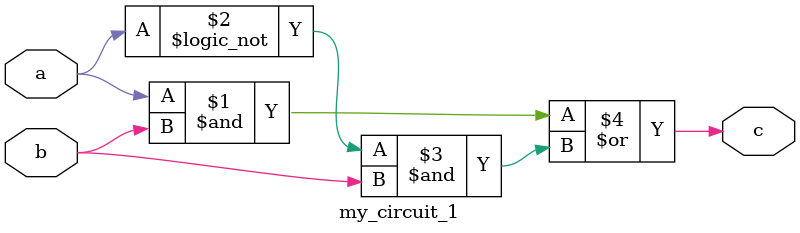
<source format=v>
`timescale 1ns / 1ps


module my_circuit_1(
    input a,
    input b,
    output c
    );
    assign c = ( a & b ) | ( !a & b);
endmodule

</source>
